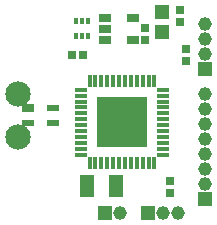
<source format=gbs>
G04*
G04 #@! TF.GenerationSoftware,Altium Limited,Altium Designer,21.1.0 (24)*
G04*
G04 Layer_Color=16711935*
%FSAX25Y25*%
%MOIN*%
G70*
G04*
G04 #@! TF.SameCoordinates,64B46316-5E79-497B-94DE-3B570569772B*
G04*
G04*
G04 #@! TF.FilePolarity,Negative*
G04*
G01*
G75*
%ADD29R,0.02962X0.02568*%
%ADD31R,0.02568X0.02962*%
%ADD37R,0.04222X0.02175*%
%ADD38R,0.04537X0.04931*%
%ADD40R,0.04537X0.04537*%
%ADD41C,0.04537*%
%ADD42R,0.04537X0.04537*%
%ADD43C,0.08474*%
%ADD71R,0.16742X0.16742*%
%ADD72R,0.01702X0.03947*%
%ADD73R,0.03947X0.01702*%
%ADD74R,0.04537X0.07687*%
%ADD75R,0.01781X0.02482*%
%ADD76R,0.04222X0.02962*%
%ADD77R,0.03947X0.02962*%
D29*
X0056000Y0018032D02*
D03*
Y0021969D02*
D03*
X0054000Y0031032D02*
D03*
Y0034969D02*
D03*
X0050800Y-0025769D02*
D03*
Y-0021832D02*
D03*
X0042500Y0028969D02*
D03*
Y0025032D02*
D03*
D31*
X0021969Y0020000D02*
D03*
X0018032D02*
D03*
D37*
X0011802Y-0002614D02*
D03*
Y0002504D02*
D03*
X0003535Y-0002614D02*
D03*
D38*
X0048000Y0034346D02*
D03*
Y0027654D02*
D03*
D40*
X0043500Y-0032500D02*
D03*
X0029000D02*
D03*
D41*
X0048500D02*
D03*
X0053500D02*
D03*
X0062500Y-0023000D02*
D03*
Y-0018000D02*
D03*
Y-0013000D02*
D03*
Y-0008000D02*
D03*
Y-0003000D02*
D03*
Y0002000D02*
D03*
Y0007000D02*
D03*
X0034000Y-0032500D02*
D03*
X0062500Y0020300D02*
D03*
Y0025300D02*
D03*
Y0030300D02*
D03*
D42*
X0062500Y-0028000D02*
D03*
X0062500Y0015300D02*
D03*
D43*
X0000100Y-0007071D02*
D03*
Y0007071D02*
D03*
D71*
X0034800Y-0002300D02*
D03*
D72*
X0023973Y-0015981D02*
D03*
X0025942D02*
D03*
X0027910D02*
D03*
X0029879D02*
D03*
X0031847D02*
D03*
X0033816D02*
D03*
X0035784D02*
D03*
X0037753D02*
D03*
X0039721D02*
D03*
X0041690D02*
D03*
X0043658D02*
D03*
X0045627D02*
D03*
Y0011381D02*
D03*
X0043658D02*
D03*
X0041690D02*
D03*
X0039721D02*
D03*
X0037753D02*
D03*
X0035784D02*
D03*
X0033816D02*
D03*
X0031847D02*
D03*
X0029879D02*
D03*
X0027910D02*
D03*
X0025942D02*
D03*
X0023973D02*
D03*
D73*
X0048481Y-0013127D02*
D03*
Y-0011158D02*
D03*
Y-0009190D02*
D03*
Y-0007221D02*
D03*
Y-0005253D02*
D03*
Y-0003284D02*
D03*
Y-0001316D02*
D03*
Y0000653D02*
D03*
Y0002621D02*
D03*
Y0004590D02*
D03*
Y0006558D02*
D03*
Y0008527D02*
D03*
X0021119D02*
D03*
Y0006558D02*
D03*
Y0004590D02*
D03*
Y0002621D02*
D03*
Y0000653D02*
D03*
Y-0001316D02*
D03*
Y-0003284D02*
D03*
Y-0005253D02*
D03*
Y-0007221D02*
D03*
Y-0009190D02*
D03*
Y-0011158D02*
D03*
Y-0013127D02*
D03*
D74*
X0023079Y-0023500D02*
D03*
X0032921D02*
D03*
D75*
X0019532Y0031312D02*
D03*
X0021500D02*
D03*
X0023469D02*
D03*
X0019532Y0026288D02*
D03*
X0021500D02*
D03*
X0023469D02*
D03*
D76*
X0003500Y0002300D02*
D03*
D77*
X0029076Y0025060D02*
D03*
Y0028800D02*
D03*
Y0032540D02*
D03*
X0038524D02*
D03*
Y0025060D02*
D03*
M02*

</source>
